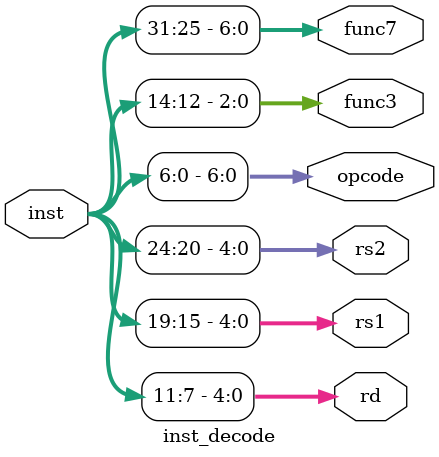
<source format=sv>
module inst_decode (
    input  logic [31:0] inst,
    output logic [ 4:0] rd,
    output logic [ 4:0] rs1,
    output logic [ 4:0] rs2,
    output logic [ 6:0] opcode,
    output logic [ 2:0] func3,
    output logic [ 6:0] func7
);
    // TO CONTROL UNIT
    assign opcode  = inst[  6:0];
    assign func3   = inst[14:12];
    assign func7   = inst[31:25];
    
    // TO REGISTER FILE
    assign rd      = inst[ 11:7];
    assign rs1     = inst[19:15];
    assign rs2     = inst[24:20];
    
endmodule
</source>
